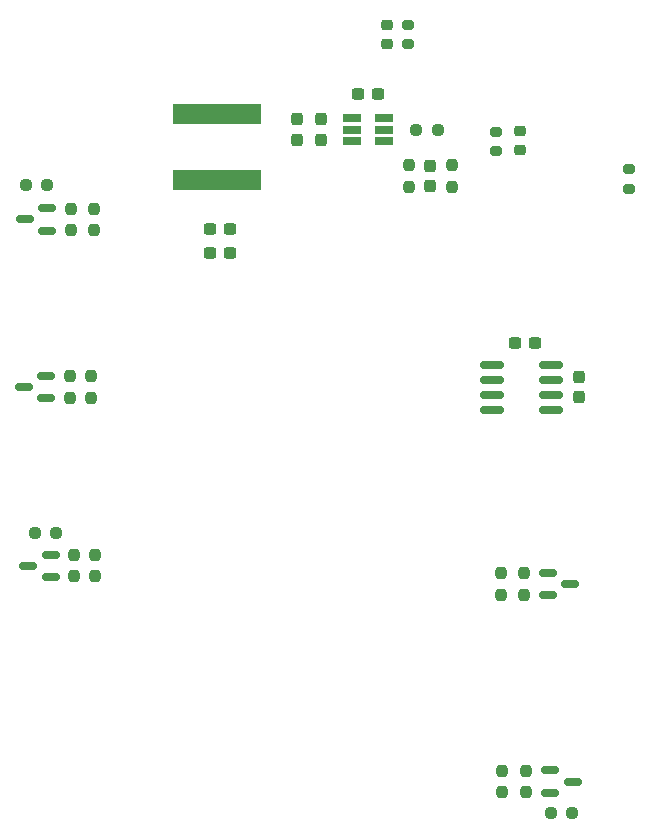
<source format=gtp>
G04 #@! TF.GenerationSoftware,KiCad,Pcbnew,7.0.10*
G04 #@! TF.CreationDate,2024-04-22T09:57:33-04:00*
G04 #@! TF.ProjectId,reflow_oven_board_rev_2,7265666c-6f77-45f6-9f76-656e5f626f61,1.0*
G04 #@! TF.SameCoordinates,Original*
G04 #@! TF.FileFunction,Paste,Top*
G04 #@! TF.FilePolarity,Positive*
%FSLAX46Y46*%
G04 Gerber Fmt 4.6, Leading zero omitted, Abs format (unit mm)*
G04 Created by KiCad (PCBNEW 7.0.10) date 2024-04-22 09:57:33*
%MOMM*%
%LPD*%
G01*
G04 APERTURE LIST*
G04 Aperture macros list*
%AMRoundRect*
0 Rectangle with rounded corners*
0 $1 Rounding radius*
0 $2 $3 $4 $5 $6 $7 $8 $9 X,Y pos of 4 corners*
0 Add a 4 corners polygon primitive as box body*
4,1,4,$2,$3,$4,$5,$6,$7,$8,$9,$2,$3,0*
0 Add four circle primitives for the rounded corners*
1,1,$1+$1,$2,$3*
1,1,$1+$1,$4,$5*
1,1,$1+$1,$6,$7*
1,1,$1+$1,$8,$9*
0 Add four rect primitives between the rounded corners*
20,1,$1+$1,$2,$3,$4,$5,0*
20,1,$1+$1,$4,$5,$6,$7,0*
20,1,$1+$1,$6,$7,$8,$9,0*
20,1,$1+$1,$8,$9,$2,$3,0*%
G04 Aperture macros list end*
%ADD10R,7.500000X1.800000*%
%ADD11R,1.560000X0.650000*%
%ADD12RoundRect,0.237500X0.237500X-0.250000X0.237500X0.250000X-0.237500X0.250000X-0.237500X-0.250000X0*%
%ADD13RoundRect,0.237500X-0.237500X0.250000X-0.237500X-0.250000X0.237500X-0.250000X0.237500X0.250000X0*%
%ADD14RoundRect,0.237500X-0.237500X0.300000X-0.237500X-0.300000X0.237500X-0.300000X0.237500X0.300000X0*%
%ADD15RoundRect,0.237500X0.300000X0.237500X-0.300000X0.237500X-0.300000X-0.237500X0.300000X-0.237500X0*%
%ADD16RoundRect,0.237500X0.237500X-0.300000X0.237500X0.300000X-0.237500X0.300000X-0.237500X-0.300000X0*%
%ADD17RoundRect,0.150000X0.587500X0.150000X-0.587500X0.150000X-0.587500X-0.150000X0.587500X-0.150000X0*%
%ADD18RoundRect,0.200000X0.275000X-0.200000X0.275000X0.200000X-0.275000X0.200000X-0.275000X-0.200000X0*%
%ADD19RoundRect,0.237500X0.250000X0.237500X-0.250000X0.237500X-0.250000X-0.237500X0.250000X-0.237500X0*%
%ADD20RoundRect,0.237500X-0.300000X-0.237500X0.300000X-0.237500X0.300000X0.237500X-0.300000X0.237500X0*%
%ADD21RoundRect,0.218750X0.256250X-0.218750X0.256250X0.218750X-0.256250X0.218750X-0.256250X-0.218750X0*%
%ADD22RoundRect,0.150000X-0.587500X-0.150000X0.587500X-0.150000X0.587500X0.150000X-0.587500X0.150000X0*%
%ADD23RoundRect,0.237500X-0.250000X-0.237500X0.250000X-0.237500X0.250000X0.237500X-0.250000X0.237500X0*%
%ADD24RoundRect,0.150000X0.825000X0.150000X-0.825000X0.150000X-0.825000X-0.150000X0.825000X-0.150000X0*%
G04 APERTURE END LIST*
D10*
X136300000Y-61950000D03*
X136300000Y-67550000D03*
D11*
X147750000Y-62350000D03*
X147750000Y-63300000D03*
X147750000Y-64250000D03*
X150450000Y-64250000D03*
X150450000Y-63300000D03*
X150450000Y-62350000D03*
D12*
X124000000Y-71812500D03*
X124000000Y-69987500D03*
D13*
X156200000Y-66337500D03*
X156200000Y-68162500D03*
X126000000Y-99287500D03*
X126000000Y-101112500D03*
D14*
X167000000Y-84237500D03*
X167000000Y-85962500D03*
D15*
X163262500Y-81400000D03*
X161537500Y-81400000D03*
D16*
X154400000Y-68112500D03*
X154400000Y-66387500D03*
D12*
X160495000Y-119412500D03*
X160495000Y-117587500D03*
D13*
X125910000Y-69987500D03*
X125910000Y-71812500D03*
D17*
X121937500Y-71850000D03*
X121937500Y-69950000D03*
X120062500Y-70900000D03*
D13*
X162300000Y-100887500D03*
X162300000Y-102712500D03*
D18*
X160000000Y-65150000D03*
X160000000Y-63500000D03*
D19*
X155012500Y-63300000D03*
X153187500Y-63300000D03*
D20*
X135737500Y-73750000D03*
X137462500Y-73750000D03*
D21*
X162000000Y-65037500D03*
X162000000Y-63462500D03*
D22*
X164362500Y-100850000D03*
X164362500Y-102750000D03*
X166237500Y-101800000D03*
D12*
X152600000Y-68162500D03*
X152600000Y-66337500D03*
D17*
X121887500Y-86050000D03*
X121887500Y-84150000D03*
X120012500Y-85100000D03*
D12*
X160400000Y-102712500D03*
X160400000Y-100887500D03*
X124250000Y-101112500D03*
X124250000Y-99287500D03*
D13*
X125692500Y-84187500D03*
X125692500Y-86012500D03*
D23*
X164587500Y-121200000D03*
X166412500Y-121200000D03*
D21*
X150750000Y-56037500D03*
X150750000Y-54462500D03*
D12*
X123887500Y-86012500D03*
X123887500Y-84187500D03*
D17*
X122250000Y-101200000D03*
X122250000Y-99300000D03*
X120375000Y-100250000D03*
D19*
X121962500Y-68000000D03*
X120137500Y-68000000D03*
D15*
X149962500Y-60300000D03*
X148237500Y-60300000D03*
D13*
X162495000Y-117587500D03*
X162495000Y-119412500D03*
D18*
X152500000Y-56075000D03*
X152500000Y-54425000D03*
D20*
X135737500Y-71750000D03*
X137462500Y-71750000D03*
D22*
X164562500Y-117550000D03*
X164562500Y-119450000D03*
X166437500Y-118500000D03*
D16*
X145100000Y-64162500D03*
X145100000Y-62437500D03*
X143100000Y-64162500D03*
X143100000Y-62437500D03*
D19*
X122725000Y-97500000D03*
X120900000Y-97500000D03*
D18*
X171250000Y-68325000D03*
X171250000Y-66675000D03*
D24*
X164575000Y-87005000D03*
X164575000Y-85735000D03*
X164575000Y-84465000D03*
X164575000Y-83195000D03*
X159625000Y-83195000D03*
X159625000Y-84465000D03*
X159625000Y-85735000D03*
X159625000Y-87005000D03*
M02*

</source>
